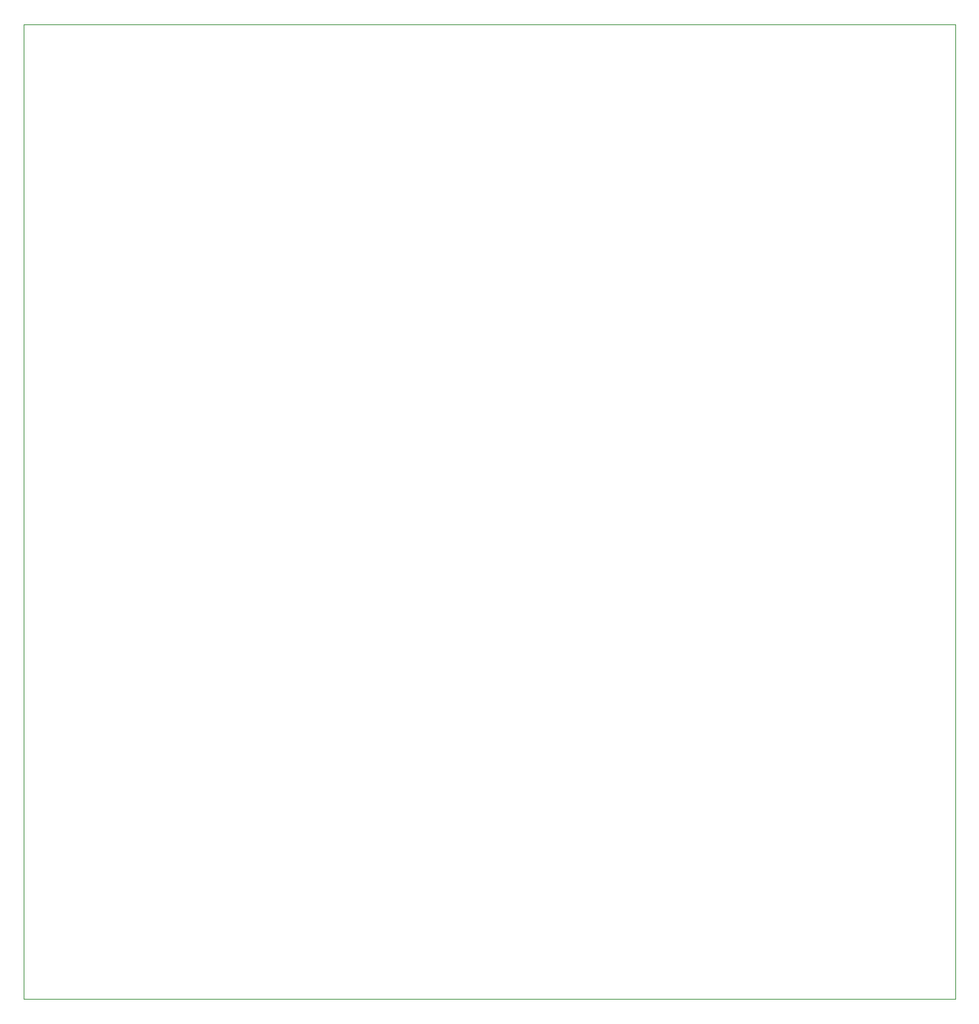
<source format=gbr>
%TF.GenerationSoftware,KiCad,Pcbnew,7.0.9*%
%TF.CreationDate,2024-02-19T16:35:41-08:00*%
%TF.ProjectId,Interconnect Board,496e7465-7263-46f6-9e6e-65637420426f,v1.5*%
%TF.SameCoordinates,Original*%
%TF.FileFunction,Profile,NP*%
%FSLAX46Y46*%
G04 Gerber Fmt 4.6, Leading zero omitted, Abs format (unit mm)*
G04 Created by KiCad (PCBNEW 7.0.9) date 2024-02-19 16:35:41*
%MOMM*%
%LPD*%
G01*
G04 APERTURE LIST*
%TA.AperFunction,Profile*%
%ADD10C,0.100000*%
%TD*%
G04 APERTURE END LIST*
D10*
X112018095Y-11637149D02*
X222018095Y-11637149D01*
X222018095Y-126637149D01*
X112018095Y-126637149D01*
X112018095Y-11637149D01*
M02*

</source>
